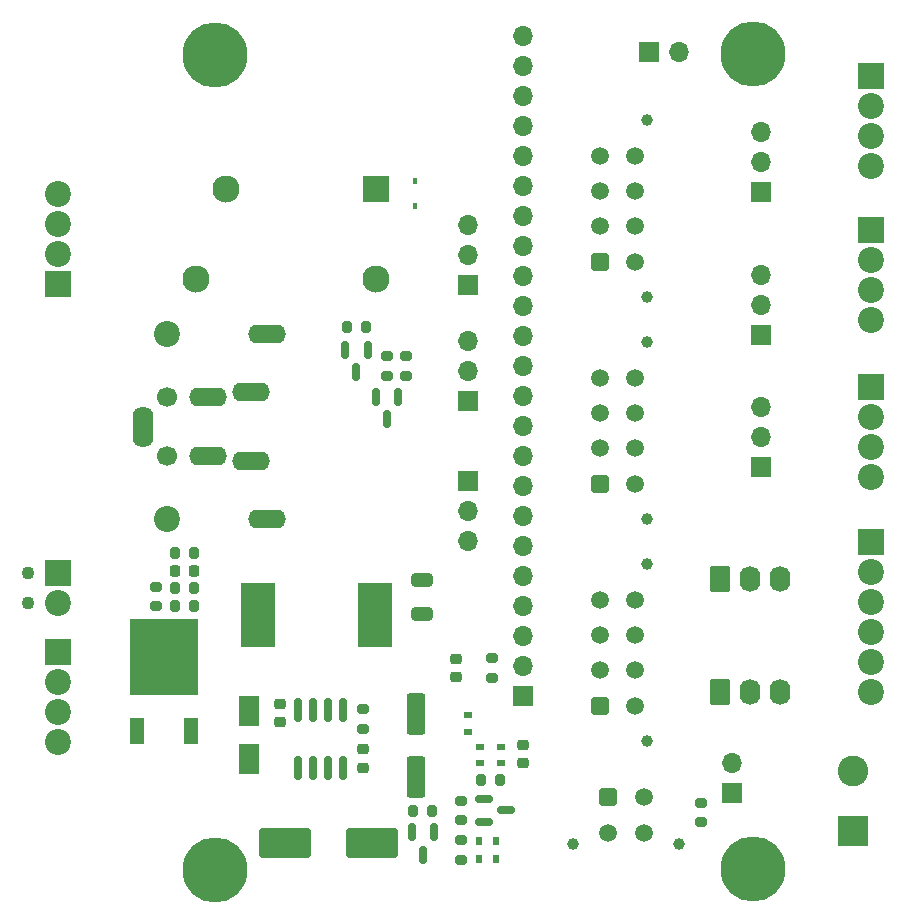
<source format=gbr>
%TF.GenerationSoftware,KiCad,Pcbnew,(6.0.11-0)*%
%TF.CreationDate,2023-07-12T13:15:56+12:00*%
%TF.ProjectId,controller-lower-cut,636f6e74-726f-46c6-9c65-722d6c6f7765,3.2*%
%TF.SameCoordinates,PX1c9c380PY1312d00*%
%TF.FileFunction,Soldermask,Top*%
%TF.FilePolarity,Negative*%
%FSLAX46Y46*%
G04 Gerber Fmt 4.6, Leading zero omitted, Abs format (unit mm)*
G04 Created by KiCad (PCBNEW (6.0.11-0)) date 2023-07-12 13:15:56*
%MOMM*%
%LPD*%
G01*
G04 APERTURE LIST*
G04 Aperture macros list*
%AMRoundRect*
0 Rectangle with rounded corners*
0 $1 Rounding radius*
0 $2 $3 $4 $5 $6 $7 $8 $9 X,Y pos of 4 corners*
0 Add a 4 corners polygon primitive as box body*
4,1,4,$2,$3,$4,$5,$6,$7,$8,$9,$2,$3,0*
0 Add four circle primitives for the rounded corners*
1,1,$1+$1,$2,$3*
1,1,$1+$1,$4,$5*
1,1,$1+$1,$6,$7*
1,1,$1+$1,$8,$9*
0 Add four rect primitives between the rounded corners*
20,1,$1+$1,$2,$3,$4,$5,0*
20,1,$1+$1,$4,$5,$6,$7,0*
20,1,$1+$1,$6,$7,$8,$9,0*
20,1,$1+$1,$8,$9,$2,$3,0*%
G04 Aperture macros list end*
%ADD10RoundRect,0.225000X0.250000X-0.225000X0.250000X0.225000X-0.250000X0.225000X-0.250000X-0.225000X0*%
%ADD11R,1.700000X1.700000*%
%ADD12O,1.700000X1.700000*%
%ADD13RoundRect,0.200000X0.200000X0.275000X-0.200000X0.275000X-0.200000X-0.275000X0.200000X-0.275000X0*%
%ADD14C,1.000000*%
%ADD15RoundRect,0.250001X0.499999X-0.499999X0.499999X0.499999X-0.499999X0.499999X-0.499999X-0.499999X0*%
%ADD16C,1.500000*%
%ADD17RoundRect,0.200000X0.275000X-0.200000X0.275000X0.200000X-0.275000X0.200000X-0.275000X-0.200000X0*%
%ADD18C,5.500000*%
%ADD19C,2.300000*%
%ADD20R,2.300000X2.300000*%
%ADD21R,2.200000X2.200000*%
%ADD22C,2.200000*%
%ADD23RoundRect,0.250000X-0.620000X-0.845000X0.620000X-0.845000X0.620000X0.845000X-0.620000X0.845000X0*%
%ADD24O,1.740000X2.190000*%
%ADD25RoundRect,0.150000X-0.150000X0.587500X-0.150000X-0.587500X0.150000X-0.587500X0.150000X0.587500X0*%
%ADD26R,0.700000X0.600000*%
%ADD27RoundRect,0.200000X-0.275000X0.200000X-0.275000X-0.200000X0.275000X-0.200000X0.275000X0.200000X0*%
%ADD28R,1.800000X2.500000*%
%ADD29R,1.200000X2.200000*%
%ADD30R,5.800000X6.400000*%
%ADD31RoundRect,0.250000X-0.650000X0.325000X-0.650000X-0.325000X0.650000X-0.325000X0.650000X0.325000X0*%
%ADD32R,2.900000X5.400000*%
%ADD33R,0.600000X0.700000*%
%ADD34RoundRect,0.200000X-0.200000X-0.275000X0.200000X-0.275000X0.200000X0.275000X-0.200000X0.275000X0*%
%ADD35R,2.600000X2.600000*%
%ADD36C,2.600000*%
%ADD37RoundRect,0.250001X-0.499999X-0.499999X0.499999X-0.499999X0.499999X0.499999X-0.499999X0.499999X0*%
%ADD38RoundRect,0.250000X-0.550000X1.500000X-0.550000X-1.500000X0.550000X-1.500000X0.550000X1.500000X0*%
%ADD39RoundRect,0.225000X-0.250000X0.225000X-0.250000X-0.225000X0.250000X-0.225000X0.250000X0.225000X0*%
%ADD40R,0.450000X0.600000*%
%ADD41C,1.100000*%
%ADD42C,1.700000*%
%ADD43O,3.200000X1.600000*%
%ADD44O,1.750000X3.500000*%
%ADD45RoundRect,0.225000X0.225000X0.250000X-0.225000X0.250000X-0.225000X-0.250000X0.225000X-0.250000X0*%
%ADD46RoundRect,0.150000X-0.587500X-0.150000X0.587500X-0.150000X0.587500X0.150000X-0.587500X0.150000X0*%
%ADD47RoundRect,0.150000X0.150000X-0.825000X0.150000X0.825000X-0.150000X0.825000X-0.150000X-0.825000X0*%
%ADD48RoundRect,0.250000X-1.950000X-1.000000X1.950000X-1.000000X1.950000X1.000000X-1.950000X1.000000X0*%
G04 APERTURE END LIST*
D10*
%TO.C,C5*%
X36550000Y-74365000D03*
X36550000Y-72815000D03*
%TD*%
D11*
%TO.C,JP6*%
X45425000Y-43325000D03*
D12*
X45425000Y-40785000D03*
X45425000Y-38245000D03*
%TD*%
D13*
%TO.C,R4*%
X22225000Y-59200000D03*
X20575000Y-59200000D03*
%TD*%
D14*
%TO.C,J12*%
X60525000Y-34550000D03*
X60525000Y-19550000D03*
D15*
X56585000Y-31550000D03*
D16*
X56585000Y-28550000D03*
X56585000Y-25550000D03*
X56585000Y-22550000D03*
X59585000Y-31550000D03*
X59585000Y-28550000D03*
X59585000Y-25550000D03*
X59585000Y-22550000D03*
%TD*%
D11*
%TO.C,JP3*%
X45400000Y-50075000D03*
D12*
X45400000Y-52615000D03*
X45400000Y-55155000D03*
%TD*%
D10*
%TO.C,C2*%
X50100000Y-73967893D03*
X50100000Y-72417893D03*
%TD*%
D17*
%TO.C,R5*%
X65100000Y-79017893D03*
X65100000Y-77367893D03*
%TD*%
D18*
%TO.C,H7*%
X69500000Y-13992893D03*
%TD*%
D19*
%TO.C,K1*%
X37600000Y-33020000D03*
X22360000Y-33000000D03*
X24900000Y-25400000D03*
D20*
X37600000Y-25400000D03*
%TD*%
D21*
%TO.C,J13*%
X79508381Y-28848381D03*
D22*
X79508381Y-31388381D03*
X79508381Y-33928381D03*
X79508381Y-36468381D03*
%TD*%
D23*
%TO.C,J18*%
X66710000Y-58400000D03*
D24*
X69250000Y-58400000D03*
X71790000Y-58400000D03*
%TD*%
D25*
%TO.C,Q4*%
X39500000Y-43019607D03*
X37600000Y-43019607D03*
X38550000Y-44894607D03*
%TD*%
D26*
%TO.C,D2*%
X48200000Y-73992893D03*
X48200000Y-72592893D03*
%TD*%
D11*
%TO.C,JP5*%
X70200000Y-37713380D03*
D12*
X70200000Y-35173380D03*
X70200000Y-32633380D03*
%TD*%
D27*
%TO.C,R8*%
X19000000Y-59075000D03*
X19000000Y-60725000D03*
%TD*%
D11*
%TO.C,JP4*%
X70200000Y-25650000D03*
D12*
X70200000Y-23110000D03*
X70200000Y-20570000D03*
%TD*%
D11*
%TO.C,JP1*%
X67800000Y-76492893D03*
D12*
X67800000Y-73952893D03*
%TD*%
D28*
%TO.C,D6*%
X26900000Y-69610000D03*
X26900000Y-73610000D03*
%TD*%
D14*
%TO.C,J14*%
X60525000Y-53350000D03*
X60525000Y-38350000D03*
D15*
X56585000Y-50350000D03*
D16*
X56585000Y-47350000D03*
X56585000Y-44350000D03*
X56585000Y-41350000D03*
X59585000Y-50350000D03*
X59585000Y-47350000D03*
X59585000Y-44350000D03*
X59585000Y-41350000D03*
%TD*%
D11*
%TO.C,JP2*%
X60725000Y-13800000D03*
D12*
X63265000Y-13800000D03*
%TD*%
D29*
%TO.C,Q2*%
X17370000Y-71300000D03*
D30*
X19650000Y-65000000D03*
D29*
X21930000Y-71300000D03*
%TD*%
D31*
%TO.C,C7*%
X41525000Y-58450000D03*
X41525000Y-61400000D03*
%TD*%
D32*
%TO.C,L1*%
X27600000Y-61410000D03*
X37500000Y-61410000D03*
%TD*%
D33*
%TO.C,D5*%
X47750000Y-82150000D03*
X46350000Y-82150000D03*
%TD*%
D27*
%TO.C,R12*%
X36550000Y-69425000D03*
X36550000Y-71075000D03*
%TD*%
D34*
%TO.C,R7*%
X20575000Y-60700000D03*
X22225000Y-60700000D03*
%TD*%
D35*
%TO.C,J6*%
X78005000Y-79737893D03*
D36*
X78005000Y-74657893D03*
%TD*%
D14*
%TO.C,J5*%
X63300000Y-80832893D03*
X54300000Y-80832893D03*
D37*
X57300000Y-76892893D03*
D16*
X60300000Y-76892893D03*
X57300000Y-79892893D03*
X60300000Y-79892893D03*
%TD*%
D38*
%TO.C,C8*%
X41000000Y-69800000D03*
X41000000Y-75200000D03*
%TD*%
D34*
%TO.C,R9*%
X20575000Y-56200000D03*
X22225000Y-56200000D03*
%TD*%
D39*
%TO.C,C1*%
X44400000Y-65150000D03*
X44400000Y-66700000D03*
%TD*%
D40*
%TO.C,D7*%
X40900000Y-24700000D03*
X40900000Y-26800000D03*
%TD*%
D41*
%TO.C,J8*%
X8160000Y-57930000D03*
X8160000Y-60470000D03*
D21*
X10700000Y-57930000D03*
D22*
X10700000Y-60470000D03*
%TD*%
D17*
%TO.C,R18*%
X40190000Y-41182107D03*
X40190000Y-39532107D03*
%TD*%
D34*
%TO.C,R11*%
X40725000Y-78050000D03*
X42375000Y-78050000D03*
%TD*%
D11*
%TO.C,JP7*%
X45425000Y-33500000D03*
D12*
X45425000Y-30960000D03*
X45425000Y-28420000D03*
%TD*%
D21*
%TO.C,J11*%
X79508381Y-15795001D03*
D22*
X79508381Y-18335001D03*
X79508381Y-20875001D03*
X79508381Y-23415001D03*
%TD*%
D18*
%TO.C,H6*%
X24000000Y-83000000D03*
%TD*%
D17*
%TO.C,R10*%
X44800000Y-82175000D03*
X44800000Y-80525000D03*
%TD*%
D11*
%TO.C,J3*%
X50100000Y-68330000D03*
D12*
X50100000Y-65790000D03*
X50100000Y-63250000D03*
X50100000Y-60710000D03*
X50100000Y-58170000D03*
X50100000Y-55630000D03*
X50100000Y-53090000D03*
X50100000Y-50550000D03*
X50100000Y-48010000D03*
X50100000Y-45470000D03*
X50100000Y-42930000D03*
X50100000Y-40390000D03*
X50100000Y-37850000D03*
X50100000Y-35310000D03*
X50100000Y-32770000D03*
X50100000Y-30230000D03*
X50100000Y-27690000D03*
X50100000Y-25150000D03*
X50100000Y-22610000D03*
X50100000Y-20070000D03*
X50100000Y-17530000D03*
X50100000Y-14990000D03*
X50100000Y-12450000D03*
%TD*%
D34*
%TO.C,R20*%
X35160000Y-37102107D03*
X36810000Y-37102107D03*
%TD*%
D27*
%TO.C,R6*%
X44800000Y-77175000D03*
X44800000Y-78825000D03*
%TD*%
D23*
%TO.C,J19*%
X66710000Y-68000000D03*
D24*
X69250000Y-68000000D03*
X71790000Y-68000000D03*
%TD*%
D33*
%TO.C,D4*%
X47750000Y-80550000D03*
X46350000Y-80550000D03*
%TD*%
D22*
%TO.C,J4*%
X19900000Y-53300000D03*
D42*
X19900000Y-48000000D03*
D22*
X19900000Y-37700000D03*
D42*
X19900000Y-43000000D03*
D43*
X27050000Y-48400000D03*
X23400000Y-48000000D03*
X23400000Y-43000000D03*
X27050000Y-42600000D03*
X28400000Y-37700000D03*
D44*
X17900000Y-45500000D03*
D43*
X28400000Y-53300000D03*
%TD*%
D45*
%TO.C,C3*%
X22175000Y-57700000D03*
X20625000Y-57700000D03*
%TD*%
D26*
%TO.C,D1*%
X45437500Y-71337500D03*
X45437500Y-69937500D03*
%TD*%
D14*
%TO.C,J17*%
X60525000Y-72150000D03*
X60525000Y-57150000D03*
D15*
X56585000Y-69150000D03*
D16*
X56585000Y-66150000D03*
X56585000Y-63150000D03*
X56585000Y-60150000D03*
X59585000Y-69150000D03*
X59585000Y-66150000D03*
X59585000Y-63150000D03*
X59585000Y-60150000D03*
%TD*%
D11*
%TO.C,JP8*%
X70200000Y-48910000D03*
D12*
X70200000Y-46370000D03*
X70200000Y-43830000D03*
%TD*%
D46*
%TO.C,Q1*%
X46762500Y-77050000D03*
X46762500Y-78950000D03*
X48637500Y-78000000D03*
%TD*%
D21*
%TO.C,J15*%
X10700000Y-64620000D03*
D22*
X10700000Y-67160000D03*
X10700000Y-69700000D03*
X10700000Y-72240000D03*
%TD*%
D17*
%TO.C,R2*%
X47425000Y-66750000D03*
X47425000Y-65100000D03*
%TD*%
D13*
%TO.C,R3*%
X48125000Y-75400000D03*
X46475000Y-75400000D03*
%TD*%
D25*
%TO.C,Q5*%
X36900000Y-39019607D03*
X35000000Y-39019607D03*
X35950000Y-40894607D03*
%TD*%
D21*
%TO.C,J16*%
X79508381Y-42145001D03*
D22*
X79508381Y-44685001D03*
X79508381Y-47225001D03*
X79508381Y-49765001D03*
%TD*%
D47*
%TO.C,U1*%
X31045000Y-74434999D03*
X32315000Y-74434999D03*
X33585000Y-74434999D03*
X34855000Y-74434999D03*
X34855000Y-69484999D03*
X33585000Y-69484999D03*
X32315000Y-69484999D03*
X31045000Y-69484999D03*
%TD*%
D25*
%TO.C,Q3*%
X42550000Y-79862500D03*
X40650000Y-79862500D03*
X41600000Y-81737500D03*
%TD*%
D18*
%TO.C,H8*%
X69500000Y-82992893D03*
%TD*%
D21*
%TO.C,J10*%
X79500000Y-55250000D03*
D22*
X79500000Y-57790000D03*
X79500000Y-60330000D03*
X79500000Y-62870000D03*
X79500000Y-65410000D03*
X79500000Y-67950000D03*
%TD*%
D48*
%TO.C,C4*%
X29900000Y-80760000D03*
X37300000Y-80760000D03*
%TD*%
D27*
%TO.C,R19*%
X38550000Y-39532107D03*
X38550000Y-41182107D03*
%TD*%
D10*
%TO.C,C6*%
X29450000Y-70534999D03*
X29450000Y-68984999D03*
%TD*%
D18*
%TO.C,H5*%
X24000000Y-14000000D03*
%TD*%
D26*
%TO.C,D3*%
X46400000Y-73992893D03*
X46400000Y-72592893D03*
%TD*%
D21*
%TO.C,J20*%
X10700000Y-33414999D03*
D22*
X10700000Y-30874999D03*
X10700000Y-28334999D03*
X10700000Y-25794999D03*
%TD*%
M02*

</source>
